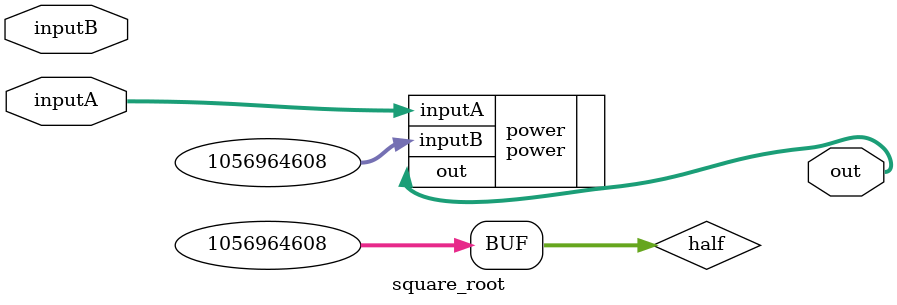
<source format=sv>
`timescale 1ns / 1ps

module square_root(
    input logic[31:0] inputA, inputB,
    output logic [31:0] out
    );
    logic [31:0] half;
    assign half = 32'b00111111000000000000000000000000;
    power power(.inputA(inputA), .inputB(half), .out(out));
endmodule

</source>
